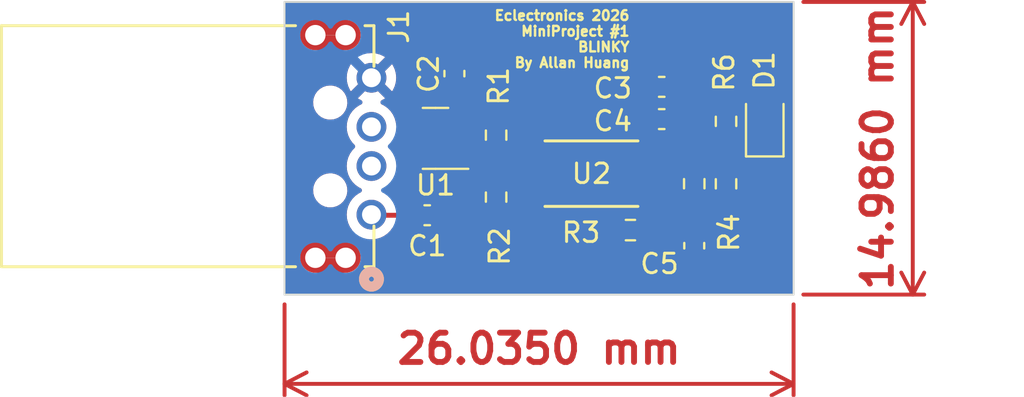
<source format=kicad_pcb>
(kicad_pcb (version 20221018) (generator pcbnew)
  (layers (0 "F.Cu" signal) (31 "B.Cu" signal) (34 "B.Paste" user) (35 "F.Paste" user) (36 "B.SilkS" user "B.Silkscreen") (37 "F.SilkS" user "F.Silkscreen") (38 "B.Mask" user) (39 "F.Mask" user) (44 "Edge.Cuts" user))
  (net 0 "")
  (net 1 "Net-(U1-VI)")
  (net 2 "GND")
  (net 3 "VDD")
  (net 4 "Net-(U2B--)")
  (net 5 "Net-(D1-A)")
  (net 8 "Net-(U2A-+)")
  (net 9 "Net-(U2A--)")
  (net 10 "Net-(U2B-+)")
  (net 11 "Net-(R4-Pad2)")
  (footprint "Capacitor_SMD:C_0603_1608Metric" (layer "F.Cu") (at 135.4395 90.933)
    (fp_text reference "C1" (at 0 1.5748) (layer "F.SilkS"))
    (fp_text value "1uF" hide)
    (fp_line (start -0.14058 -0.51) (end 0.14058 -0.51) (stroke (width 0.12)) (layer "F.SilkS"))
    (fp_line (start -0.14058 0.51) (end 0.14058 0.51) (stroke (width 0.12)) (layer "F.SilkS"))
    (pad "1" smd roundrect (at -0.775 0) (size 0.9 0.95) (layers "F.Cu" "F.Paste" "F.Mask") (net 1 "Net-(U1-VI)"))
    (pad "2" smd roundrect (at 0.775 0) (size 0.9 0.95) (layers "F.Cu" "F.Paste" "F.Mask") (net 2 "GND"))
  )
  (footprint "Capacitor_SMD:C_0603_1608Metric" (layer "F.Cu") (at 147.434201 84.357999)
    (fp_text reference "C3" (at -2.501801 0.071601) (layer "F.SilkS"))
    (fp_text value "0.1uF" hide)
    (fp_line (start -0.14058 -0.51) (end 0.14058 -0.51) (stroke (width 0.12)) (layer "F.SilkS"))
    (fp_line (start -0.14058 0.51) (end 0.14058 0.51) (stroke (width 0.12)) (layer "F.SilkS"))
    (pad "1" smd roundrect (at -0.775 0) (size 0.9 0.95) (layers "F.Cu" "F.Paste" "F.Mask") (net 3 "VDD"))
    (pad "2" smd roundrect (at 0.775 0) (size 0.9 0.95) (layers "F.Cu" "F.Paste" "F.Mask") (net 2 "GND"))
  )
  (footprint "Resistor_SMD:R_0603_1608Metric" (layer "F.Cu") (at 145.8346 91.6934)
    (fp_text reference "R3" (at -2.5278 0.127) (layer "F.SilkS"))
    (fp_text value "100K" hide)
    (fp_line (start -0.237258 -0.5225) (end 0.237258 -0.5225) (stroke (width 0.12)) (layer "F.SilkS"))
    (fp_line (start -0.237258 0.5225) (end 0.237258 0.5225) (stroke (width 0.12)) (layer "F.SilkS"))
    (pad "1" smd roundrect (at -0.825 0) (size 0.8 0.95) (layers "F.Cu" "F.Paste" "F.Mask") (net 9 "Net-(U2A--)"))
    (pad "2" smd roundrect (at 0.825 0) (size 0.8 0.95) (layers "F.Cu" "F.Paste" "F.Mask") (net 10 "Net-(U2B-+)"))
  )
  (footprint "Capacitor_SMD:C_0603_1608Metric" (layer "F.Cu") (at 149.0975 92.4928 90)
    (fp_text reference "C5" (at -0.9284 -1.7775) (layer "F.SilkS"))
    (fp_text value "4.7uF" hide)
    (fp_line (start -0.14058 -0.51) (end 0.14058 -0.51) (stroke (width 0.12)) (layer "F.SilkS"))
    (fp_line (start -0.14058 0.51) (end 0.14058 0.51) (stroke (width 0.12)) (layer "F.SilkS"))
    (pad "1" smd roundrect (at -0.775 0 90) (size 0.9 0.95) (layers "F.Cu" "F.Paste" "F.Mask") (net 2 "GND"))
    (pad "2" smd roundrect (at 0.775 0 90) (size 0.9 0.95) (layers "F.Cu" "F.Paste" "F.Mask") (net 4 "Net-(U2B--)"))
  )
  (footprint "Resistor_SMD:R_0603_1608Metric" (layer "F.Cu") (at 138.9634 86.8304 -90)
    (fp_text reference "R1" (at -2.503 -0.127 90) (layer "F.SilkS"))
    (fp_text value "100K" hide)
    (fp_line (start -0.237258 -0.5225) (end 0.237258 -0.5225) (stroke (width 0.12)) (layer "F.SilkS"))
    (fp_line (start -0.237258 0.5225) (end 0.237258 0.5225) (stroke (width 0.12)) (layer "F.SilkS"))
    (pad "1" smd roundrect (at -0.825 0 270) (size 0.8 0.95) (layers "F.Cu" "F.Paste" "F.Mask") (net 3 "VDD"))
    (pad "2" smd roundrect (at 0.825 0 270) (size 0.8 0.95) (layers "F.Cu" "F.Paste" "F.Mask") (net 8 "Net-(U2A-+)"))
  )
  (footprint "Resistor_SMD:R_0603_1608Metric" (layer "F.Cu") (at 149.098 89.318 90)
    (fp_text reference "R5" hide)
    (fp_text value "100K" hide)
    (fp_line (start -0.237258 -0.5225) (end 0.237258 -0.5225) (stroke (width 0.12)) (layer "F.SilkS"))
    (fp_line (start -0.237258 0.5225) (end 0.237258 0.5225) (stroke (width 0.12)) (layer "F.SilkS"))
    (pad "1" smd roundrect (at -0.825 0 90) (size 0.8 0.95) (layers "F.Cu" "F.Paste" "F.Mask") (net 4 "Net-(U2B--)"))
    (pad "2" smd roundrect (at 0.825 0 90) (size 0.8 0.95) (layers "F.Cu" "F.Paste" "F.Mask") (net 11 "Net-(R4-Pad2)"))
  )
  (footprint "Diode_SMD:D_0805_2012Metric" (layer "F.Cu") (at 152.7048 86.2353 90)
    (fp_text reference "D1" (at 2.7155 -0.0254 90) (layer "F.SilkS"))
    (fp_text value "LED" hide)
    (fp_line (start -1.685 -0.96) (end -1.685 0.96) (stroke (width 0.12)) (layer "F.SilkS"))
    (fp_line (start -1.685 0.96) (end 1 0.96) (stroke (width 0.12)) (layer "F.SilkS"))
    (fp_line (start 1 -0.96) (end -1.685 -0.96) (stroke (width 0.12)) (layer "F.SilkS"))
    (pad "1" smd roundrect (at -0.9375 0 90) (size 0.975 1.4) (layers "F.Cu" "F.Paste" "F.Mask") (net 2 "GND"))
    (pad "2" smd roundrect (at 0.9375 0 90) (size 0.975 1.4) (layers "F.Cu" "F.Paste" "F.Mask") (net 5 "Net-(D1-A)"))
  )
  (footprint "Capacitor_SMD:C_0603_1608Metric" (layer "F.Cu") (at 136.8298 83.68 90)
    (fp_text reference "C2" (at -0.013 -1.3208 90) (layer "F.SilkS"))
    (fp_text value "1uF" hide)
    (fp_line (start -0.14058 -0.51) (end 0.14058 -0.51) (stroke (width 0.12)) (layer "F.SilkS"))
    (fp_line (start -0.14058 0.51) (end 0.14058 0.51) (stroke (width 0.12)) (layer "F.SilkS"))
    (pad "1" smd roundrect (at -0.775 0 90) (size 0.9 0.95) (layers "F.Cu" "F.Paste" "F.Mask") (net 3 "VDD"))
    (pad "2" smd roundrect (at 0.775 0 90) (size 0.9 0.95) (layers "F.Cu" "F.Paste" "F.Mask") (net 2 "GND"))
  )
  (footprint "Resistor_SMD:R_0603_1608Metric" (layer "F.Cu") (at 150.7236 86.1238 90)
    (fp_text reference "R6" (at 2.5024 -0.1016 90) (layer "F.SilkS"))
    (fp_text value "150" hide)
    (fp_line (start -0.237258 -0.5225) (end 0.237258 -0.5225) (stroke (width 0.12)) (layer "F.SilkS"))
    (fp_line (start -0.237258 0.5225) (end 0.237258 0.5225) (stroke (width 0.12)) (layer "F.SilkS"))
    (pad "1" smd roundrect (at -0.825 0 90) (size 0.8 0.95) (layers "F.Cu" "F.Paste" "F.Mask") (net 11 "Net-(R4-Pad2)"))
    (pad "2" smd roundrect (at 0.825 0 90) (size 0.8 0.95) (layers "F.Cu" "F.Paste" "F.Mask") (net 5 "Net-(D1-A)"))
  )
  (footprint "Capacitor_SMD:C_0603_1608Metric" (layer "F.Cu") (at 147.433601 86.008999)
    (fp_text reference "C4" (at -2.501201 0.1016) (layer "F.SilkS"))
    (fp_text value "1uF" hide)
    (fp_line (start -0.14058 -0.51) (end 0.14058 -0.51) (stroke (width 0.12)) (layer "F.SilkS"))
    (fp_line (start -0.14058 0.51) (end 0.14058 0.51) (stroke (width 0.12)) (layer "F.SilkS"))
    (pad "1" smd roundrect (at -0.775 0) (size 0.9 0.95) (layers "F.Cu" "F.Paste" "F.Mask") (net 3 "VDD"))
    (pad "2" smd roundrect (at 0.775 0) (size 0.9 0.95) (layers "F.Cu" "F.Paste" "F.Mask") (net 2 "GND"))
  )
  (footprint "Eclectronics - Olin Semester 8:USB_CONN_480370001_MOL" (layer "F.Cu") (at 132.588 90.90285 -90)
    (fp_text reference "J1" (at -9.62285 -1.397 90) (layer "F.SilkS"))
    (fp_text value "USB-Molex-Connector" hide)
    (fp_arc (start 2.921 0) (mid 3.302 -0.381) (end 3.683 0) (stroke (width 0.508)) (layer "B.SilkS"))
    (fp_arc (start 3.683 0) (mid 3.302 0.381) (end 2.921 0) (stroke (width 0.508)) (layer "B.SilkS"))
    (fp_line (start -9.6774 -0.127) (end -9.6774 0.3302) (stroke (width 0.1524)) (layer "F.SilkS"))
    (fp_line (start -9.6774 3.8862) (end -9.6774 18.923) (stroke (width 0.1524)) (layer "F.SilkS"))
    (fp_line (start -9.6774 18.923) (end 2.667 18.923) (stroke (width 0.1524)) (layer "F.SilkS"))
    (fp_line (start -7.5946 -0.127) (end -9.6774 -0.127) (stroke (width 0.1524)) (layer "F.SilkS"))
    (fp_line (start 2.667 -0.127) (end 0.5842 -0.127) (stroke (width 0.1524)) (layer "F.SilkS"))
    (fp_line (start 2.667 0.3302) (end 2.667 -0.127) (stroke (width 0.1524)) (layer "F.SilkS"))
    (fp_line (start 2.667 18.923) (end 2.667 3.8862) (stroke (width 0.1524)) (layer "F.SilkS"))
    (fp_arc (start 2.921 0) (mid 3.302 -0.381) (end 3.683 0) (stroke (width 0.508)) (layer "F.SilkS"))
    (fp_arc (start 3.683 0) (mid 3.302 0.381) (end 2.921 0) (stroke (width 0.508)) (layer "F.SilkS"))
    (fp_line (start -9.1948 2.8702) (end -9.1948 1.3208) (stroke (width 0.01)) (layer "Edge.Cuts"))
    (fp_line (start 2.2098 2.8702) (end 2.2098 1.3208) (stroke (width 0.01)) (layer "Edge.Cuts"))
    (pad "" np_thru_hole circle (at -9.1948 1.3208 270) (size 1.0414 1.0414) (drill 1.0414) (layers "*.Cu" "*.Mask"))
    (pad "" np_thru_hole circle (at -9.1948 2.8702 270) (size 1.0414 1.0414) (drill 1.0414) (layers "*.Cu" "*.Mask"))
    (pad "" np_thru_hole circle (at -5.7404 2.1082 270) (size 1.2446 1.2446) (drill 1.2446) (layers "*.Cu" "*.Mask"))
    (pad "" np_thru_hole circle (at -1.2446 2.1082 270) (size 1.2446 1.2446) (drill 1.2446) (layers "*.Cu" "*.Mask"))
    (pad "" np_thru_hole circle (at 2.2098 1.3208 270) (size 1.0414 1.0414) (drill 1.0414) (layers "*.Cu" "*.Mask"))
    (pad "" np_thru_hole circle (at 2.2098 2.8702 270) (size 1.0414 1.0414) (drill 1.0414) (layers "*.Cu" "*.Mask"))
    (pad "1" thru_hole circle (at 0 0 270) (size 1.524 1.524) (drill 0.9652) (layers "*.Cu" "*.Mask") (net 1 "Net-(U1-VI)"))
    (pad "2" thru_hole circle (at -2.4892 0 270) (size 1.524 1.524) (drill 0.9652) (layers "*.Cu" "*.Mask"))
    (pad "3" thru_hole circle (at -4.4958 0 270) (size 1.524 1.524) (drill 0.9652) (layers "*.Cu" "*.Mask"))
    (pad "4" thru_hole circle (at -7.0104 0 270) (size 1.524 1.524) (drill 0.9652) (layers "*.Cu" "*.Mask") (net 2 "GND"))
    (pad "7" smd oval (at -9.2 2.1 270) (size 1.5494 3.0988) (layers "F.Cu" "F.Paste" "F.Mask"))
    (pad "8" smd oval (at 2.2 2.1 270) (size 1.5494 3.0988) (layers "F.Cu" "F.Paste" "F.Mask"))
  )
  (footprint "Resistor_SMD:R_0603_1608Metric" (layer "F.Cu") (at 150.7236 89.3226 90)
    (fp_text reference "R4" (at -2.5024 0.1524 90) (layer "F.SilkS"))
    (fp_text value "100K" hide)
    (fp_line (start -0.237258 -0.5225) (end 0.237258 -0.5225) (stroke (width 0.12)) (layer "F.SilkS"))
    (fp_line (start -0.237258 0.5225) (end 0.237258 0.5225) (stroke (width 0.12)) (layer "F.SilkS"))
    (pad "1" smd roundrect (at -0.825 0 90) (size 0.8 0.95) (layers "F.Cu" "F.Paste" "F.Mask") (net 10 "Net-(U2B-+)"))
    (pad "2" smd roundrect (at 0.825 0 90) (size 0.8 0.95) (layers "F.Cu" "F.Paste" "F.Mask") (net 11 "Net-(R4-Pad2)"))
  )
  (footprint "Eclectronics - Olin Semester 8:TSSOP8_MC_MCH" (layer "F.Cu") (at 143.839801 88.802999)
    (fp_text reference "U2" (at 0 0 unlocked) (layer "F.SilkS"))
    (fp_text value "MCP6022" hide)
    (fp_line (start -2.377001 1.676999) (end 2.377001 1.676999) (stroke (width 0.1524)) (layer "F.SilkS"))
    (fp_line (start 2.377001 -1.676999) (end -2.377001 -1.676999) (stroke (width 0.1524)) (layer "F.SilkS"))
    (pad "1" smd rect (at -2.819001 -0.974999) (size 1.4732 0.3556) (layers "F.Cu" "F.Paste" "F.Mask") (net 9 "Net-(U2A--)"))
    (pad "2" smd rect (at -2.819001 -0.325001) (size 1.4732 0.3556) (layers "F.Cu" "F.Paste" "F.Mask") (net 9 "Net-(U2A--)"))
    (pad "3" smd rect (at -2.819001 0.325001) (size 1.4732 0.3556) (layers "F.Cu" "F.Paste" "F.Mask") (net 8 "Net-(U2A-+)"))
    (pad "4" smd rect (at -2.819001 0.974999) (size 1.4732 0.3556) (layers "F.Cu" "F.Paste" "F.Mask") (net 2 "GND"))
    (pad "5" smd rect (at 2.819001 0.974999) (size 1.4732 0.3556) (layers "F.Cu" "F.Paste" "F.Mask") (net 10 "Net-(U2B-+)"))
    (pad "6" smd rect (at 2.819001 0.325001) (size 1.4732 0.3556) (layers "F.Cu" "F.Paste" "F.Mask") (net 4 "Net-(U2B--)"))
    (pad "7" smd rect (at 2.819001 -0.325001) (size 1.4732 0.3556) (layers "F.Cu" "F.Paste" "F.Mask") (net 11 "Net-(R4-Pad2)"))
    (pad "8" smd rect (at 2.819001 -0.974999) (size 1.4732 0.3556) (layers "F.Cu" "F.Paste" "F.Mask") (net 3 "VDD"))
  )
  (footprint "Resistor_SMD:R_0603_1608Metric" (layer "F.Cu") (at 138.9634 90.0044 -90)
    (fp_text reference "R2" (at 2.5272 -0.1778 90) (layer "F.SilkS"))
    (fp_text value "100K" hide)
    (fp_line (start -0.237258 -0.5225) (end 0.237258 -0.5225) (stroke (width 0.12)) (layer "F.SilkS"))
    (fp_line (start -0.237258 0.5225) (end 0.237258 0.5225) (stroke (width 0.12)) (layer "F.SilkS"))
    (pad "1" smd roundrect (at -0.825 0 270) (size 0.8 0.95) (layers "F.Cu" "F.Paste" "F.Mask") (net 8 "Net-(U2A-+)"))
    (pad "2" smd roundrect (at 0.825 0 270) (size 0.8 0.95) (layers "F.Cu" "F.Paste" "F.Mask") (net 2 "GND"))
  )
  (footprint "Package_TO_SOT_SMD:SOT-23" (layer "F.Cu") (at 135.8645 86.996 180)
    (fp_text reference "U1" (at 0 -2.4) (layer "F.SilkS"))
    (fp_text value "MCP1700x-330xxTT" hide)
    (fp_line (start 0 -1.56) (end -1.675 -1.56) (stroke (width 0.12)) (layer "F.SilkS"))
    (fp_line (start 0 -1.56) (end 0.65 -1.56) (stroke (width 0.12)) (layer "F.SilkS"))
    (fp_line (start 0 1.56) (end -0.65 1.56) (stroke (width 0.12)) (layer "F.SilkS"))
    (fp_line (start 0 1.56) (end 0.65 1.56) (stroke (width 0.12)) (layer "F.SilkS"))
    (pad "1" smd roundrect (at -0.9375 -0.95 180) (size 1.475 0.6) (layers "F.Cu" "F.Paste" "F.Mask") (net 2 "GND"))
    (pad "2" smd roundrect (at -0.9375 0.95 180) (size 1.475 0.6) (layers "F.Cu" "F.Paste" "F.Mask") (net 3 "VDD"))
    (pad "3" smd roundrect (at 0.9375 0 180) (size 1.475 0.6) (layers "F.Cu" "F.Paste" "F.Mask") (net 1 "Net-(U1-VI)"))
  )
  (gr_line (start 154.178 94.996) (end 154.178 80.01) (stroke (width 0.1)) (layer "Edge.Cuts"))
  (gr_line (start 128.143 94.996) (end 154.178 94.996) (stroke (width 0.1)) (layer "Edge.Cuts"))
  (gr_line (start 154.178 80.01) (end 128.143 80.01) (stroke (width 0.1)) (layer "Edge.Cuts"))
  (gr_line (start 128.143 80.01) (end 128.143 94.996) (stroke (width 0.1)) (layer "Edge.Cuts"))
  (gr_text "Eclectronics 2026\nMiniProject #1\nBLINKY\nBy Allan Huang" (at 145.8468 83.4136) (layer "F.SilkS") (effects (font (size 0.5 0.5) (thickness 0.125) bold) (justify right bottom)))
  (dimension (type aligned) (layer "F.Cu") (pts (xy 154.178 94.996) (xy 128.143 94.996)) (height -4.572) (gr_text "26.0350 mm" (at 141.1605 97.768) (layer "F.Cu") (effects (font (size 1.5 1.5) (thickness 0.3)))) (format (prefix "") (suffix "") (units 3) (units_format 1) (precision 4)) (style (thickness 0.2) (arrow_length 1.27) (text_position_mode 0) (extension_height 0.58642) (extension_offset 0.5) keep_text_aligned))
  (dimension (type aligned) (layer "F.Cu") (pts (xy 154.178 80.01) (xy 154.178 94.996)) (height -6.096) (gr_text "14.9860 mm" (at 158.474 87.503 90) (layer "F.Cu") (effects (font (size 1.5 1.5) (thickness 0.3)))) (format (prefix "") (suffix "") (units 3) (units_format 1) (precision 4)) (style (thickness 0.2) (arrow_length 1.27) (text_position_mode 0) (extension_height 0.58642) (extension_offset 0.5) keep_text_aligned))
  (segment (start 132.61815 90.933) (end 132.588 90.90285) (width 0.25) (layer "F.Cu") (net 1))
  (segment (start 134.927 90.6705) (end 134.6645 90.933) (width 0.25) (layer "F.Cu") (net 1))
  (segment (start 134.927 86.996) (end 134.9016 86.9706) (width 0.25) (layer "F.Cu") (net 1))
  (segment (start 134.927 86.996) (end 134.927 90.6705) (width 0.25) (layer "F.Cu") (net 1))
  (segment (start 134.6645 90.933) (end 132.61815 90.933) (width 0.25) (layer "F.Cu") (net 1))
  (segment (start 138.9142 86.0546) (end 138.9634 86.0054) (width 0.25) (layer "F.Cu") (net 3))
  (segment (start 146.658601 86.008999) (end 146.658601 87.827799) (width 0.25) (layer "F.Cu") (net 3))
  (segment (start 146.658601 87.827799) (end 146.658802 87.828) (width 0.25) (layer "F.Cu") (net 3))
  (segment (start 146.659201 84.357999) (end 146.659201 86.008399) (width 0.25) (layer "F.Cu") (net 3))
  (segment (start 138.9228 86.046) (end 138.9634 86.0054) (width 0.25) (layer "F.Cu") (net 3))
  (segment (start 136.8298 84.455) (end 136.8298 86.0182) (width 0.25) (layer "F.Cu") (net 3))
  (segment (start 146.655002 86.0054) (end 138.9634 86.0054) (width 0.25) (layer "F.Cu") (net 3))
  (segment (start 138.9644 86.0044) (end 138.9634 86.0054) (width 0.25) (layer "F.Cu") (net 3))
  (segment (start 136.8298 86.0182) (end 136.802 86.046) (width 0.25) (layer "F.Cu") (net 3))
  (segment (start 146.659201 86.008399) (end 146.658601 86.008999) (width 0.25) (layer "F.Cu") (net 3))
  (segment (start 136.802 86.046) (end 138.9228 86.046) (width 0.25) (layer "F.Cu") (net 3))
  (segment (start 146.658601 86.008999) (end 146.655002 86.0054) (width 0.25) (layer "F.Cu") (net 3))
  (segment (start 146.658802 89.128) (end 148.083 89.128) (width 0.25) (layer "F.Cu") (net 4))
  (segment (start 149.098 91.7173) (end 149.0975 91.7178) (width 0.25) (layer "F.Cu") (net 4))
  (segment (start 148.083 89.128) (end 149.098 90.143) (width 0.25) (layer "F.Cu") (net 4))
  (segment (start 149.098 90.143) (end 149.098 91.7173) (width 0.25) (layer "F.Cu") (net 4))
  (segment (start 152.7038 85.2988) (end 152.7048 85.2978) (width 0.25) (layer "F.Cu") (net 5))
  (segment (start 150.7236 85.2988) (end 152.7038 85.2988) (width 0.25) (layer "F.Cu") (net 5))
  (segment (start 138.9634 89.1794) (end 140.9694 89.1794) (width 0.25) (layer "F.Cu") (net 8))
  (segment (start 139.019399 89.123401) (end 138.9634 89.1794) (width 0.25) (layer "F.Cu") (net 8))
  (segment (start 138.9634 87.6554) (end 138.9634 89.1794) (width 0.25) (layer "F.Cu") (net 8))
  (segment (start 140.9694 89.1794) (end 141.0208 89.128) (width 0.25) (layer "F.Cu") (net 8))
  (segment (start 141.0208 88.477998) (end 141.794198 88.477998) (width 0.25) (layer "F.Cu") (net 9))
  (segment (start 141.0208 87.828) (end 141.0208 88.477998) (width 0.25) (layer "F.Cu") (net 9))
  (segment (start 141.794198 88.477998) (end 145.0096 91.6934) (width 0.25) (layer "F.Cu") (net 9))
  (segment (start 146.6596 91.6934) (end 146.6596 89.778796) (width 0.25) (layer "F.Cu") (net 10))
  (segment (start 150.7236 90.1476) (end 150.7236 91.344517) (width 0.25) (layer "F.Cu") (net 10))
  (segment (start 150.7236 91.344517) (end 149.575317 92.4928) (width 0.25) (layer "F.Cu") (net 10))
  (segment (start 147.459 92.4928) (end 146.6596 91.6934) (width 0.25) (layer "F.Cu") (net 10))
  (segment (start 149.575317 92.4928) (end 147.459 92.4928) (width 0.25) (layer "F.Cu") (net 10))
  (segment (start 146.6596 89.778796) (end 146.658802 89.777998) (width 0.25) (layer "F.Cu") (net 10))
  (segment (start 150.7236 88.4976) (end 150.7236 86.9488) (width 0.25) (layer "F.Cu") (net 11))
  (segment (start 149.082998 88.477998) (end 149.098 88.493) (width 0.25) (layer "F.Cu") (net 11))
  (segment (start 149.1026 88.4976) (end 149.098 88.493) (width 0.25) (layer "F.Cu") (net 11))
  (segment (start 150.7236 88.4976) (end 149.1026 88.4976) (width 0.25) (layer "F.Cu") (net 11))
  (segment (start 146.658802 88.477998) (end 149.082998 88.477998) (width 0.25) (layer "F.Cu") (net 11))
  (zone (net 2) (net_name "GND") (layer "F.Cu") (priority 1) (connect_pads (clearance 0.5)) (min_thickness 0.25) (fill yes (thermal_gap 0.5) (thermal_bridge_width 0.5))
    (polygon (pts (xy 128.143 80.01) (xy 128.143 94.996) (xy 154.178 94.996) (xy 154.178 80.01)))
  )
  (zone (net 2) (net_name "GND") (layer "B.Cu") (connect_pads (clearance 0.5)) (min_thickness 0.25) (fill yes (thermal_gap 0.5) (thermal_bridge_width 0.5))
    (polygon (pts (xy 128.143 94.996) (xy 154.178 94.996) (xy 154.178 80.01) (xy 128.143 80.01)))
  )
)
</source>
